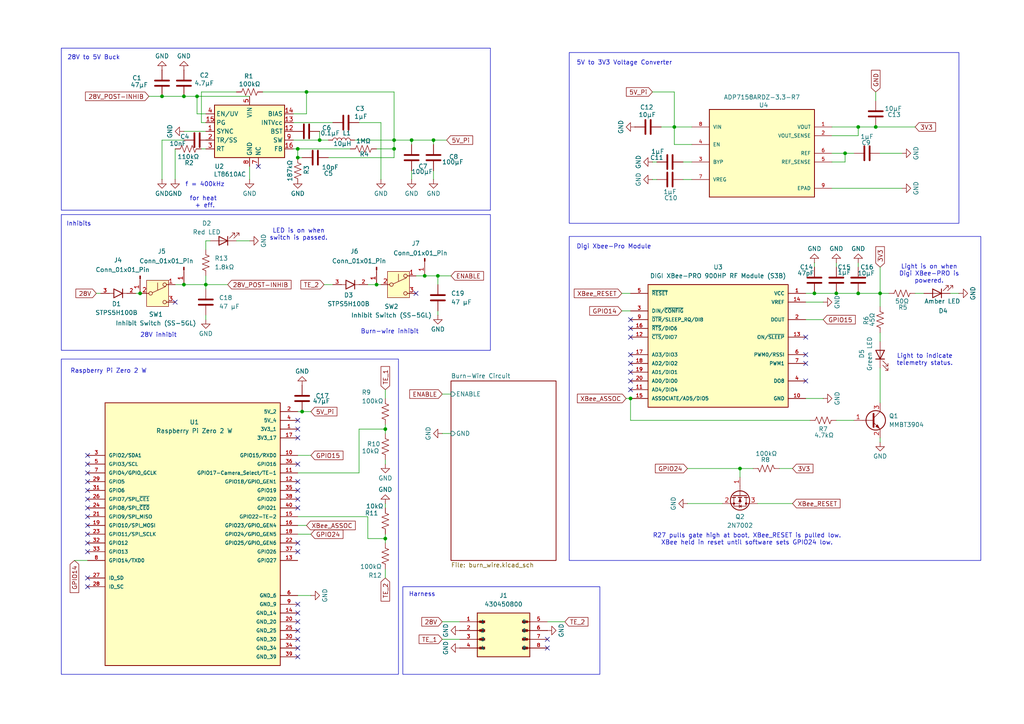
<source format=kicad_sch>
(kicad_sch (version 20250114) (generator "eeschema") (generator_version "9.0")
  (paper "A4")
  (rectangle (start 17.78 13.97) (end 142.24 60.96))
  (rectangle (start 17.78 62.23) (end 142.24 101.6))
  (rectangle (start 165.1 15.24) (end 278.13 64.77))
  (rectangle (start 165.1 68.58) (end 284.48 162.56))
  (rectangle (start 17.78 104.14) (end 115.57 195.58))
  (rectangle (start 116.84 170.18) (end 173.99 195.58))
  (text "Raspberry Pi Zero 2 W\n" (at 31.496 107.696 0) (effects (font (size 1.27 1.27))))
  (text "Light is on when\nDigi XBee-PRO is\npowered." (at 269.494 79.502 0) (effects (font (size 1.27 1.27))))
  (text "f = 400kHz\n\nfor heat \n+ eff." (at 59.436 56.642 0) (effects (font (size 1.27 1.27))))
  (text "LED is on when\nswitch is passed." (at 86.614 68.072 0) (effects (font (size 1.27 1.27))))
  (text "5V to 3V3 Voltage Converter\n" (at 181.102 18.288 0) (effects (font (size 1.27 1.27))))
  (text "R27 pulls gate high at boot, XBee_RESET is pulled low.\nXBee held in reset until software sets GPIO24 low." (at 216.662 156.464 0) (effects (font (size 1.27 1.27))))
  (text "Harness\n" (at 122.428 172.466 0) (effects (font (size 1.27 1.27))))
  (text "Digi Xbee-Pro Module\n" (at 178.054 71.628 0) (effects (font (size 1.27 1.27))))
  (text "28V inhibit\n" (at 45.974 97.282 0) (effects (font (size 1.27 1.27))))
  (text "Burn-wire inhibit\n" (at 113.03 96.266 0) (effects (font (size 1.27 1.27))))
  (text "28V to 5V Buck\n" (at 27.178 16.764 0) (effects (font (size 1.27 1.27))))
  (text "Inhibits\n" (at 22.86 65.024 0) (effects (font (size 1.27 1.27))))
  (text "Light to indicate\ntelemetry status." (at 268.224 104.394 0) (effects (font (size 1.27 1.27))))
  (junction (at 53.34 27.94))
  (junction (at 86.36 43.18))
  (junction (at 114.3 40.64))
  (junction (at 59.69 82.55))
  (junction (at 236.22 85.09))
  (junction (at 242.57 85.09))
  (junction (at 255.27 85.09))
  (junction (at 248.92 36.83))
  (junction (at 123.19 80.01))
  (junction (at 254 36.83))
  (junction (at 92.71 40.64))
  (junction (at 111.76 124.46))
  (junction (at 40.64 85.09))
  (junction (at 119.38 40.64))
  (junction (at 109.22 82.55))
  (junction (at 114.3 43.18))
  (junction (at 127 80.01))
  (junction (at 87.63 119.38))
  (junction (at 182.88 115.57))
  (junction (at 57.15 27.94))
  (junction (at 46.99 27.94))
  (junction (at 248.92 85.09))
  (junction (at 53.34 82.55))
  (junction (at 245.11 44.45))
  (junction (at 88.9 26.67))
  (junction (at 214.63 135.89))
  (junction (at 195.58 36.83))
  (junction (at 86.36 45.72))
  (junction (at 111.76 156.21))
  (junction (at 125.73 40.64))
  (no_connect (at 50.8 87.63))
  (no_connect (at 86.36 160.02))
  (no_connect (at 86.36 182.88))
  (no_connect (at 86.36 134.62))
  (no_connect (at 74.93 48.26))
  (no_connect (at 25.4 170.18))
  (no_connect (at 182.88 110.49))
  (no_connect (at 86.36 175.26))
  (no_connect (at 182.88 105.41))
  (no_connect (at 233.68 105.41))
  (no_connect (at 86.36 177.8))
  (no_connect (at 86.36 139.7))
  (no_connect (at 86.36 142.24))
  (no_connect (at 86.36 144.78))
  (no_connect (at 86.36 157.48))
  (no_connect (at 25.4 167.64))
  (no_connect (at 233.68 102.87))
  (no_connect (at 182.88 97.79))
  (no_connect (at 182.88 113.03))
  (no_connect (at 25.4 139.7))
  (no_connect (at 233.68 110.49))
  (no_connect (at 182.88 95.25))
  (no_connect (at 25.4 134.62))
  (no_connect (at 182.88 107.95))
  (no_connect (at 25.4 160.02))
  (no_connect (at 86.36 147.32))
  (no_connect (at 158.75 187.96))
  (no_connect (at 25.4 144.78))
  (no_connect (at 233.68 97.79))
  (no_connect (at 86.36 187.96))
  (no_connect (at 25.4 147.32))
  (no_connect (at 25.4 142.24))
  (no_connect (at 86.36 190.5))
  (no_connect (at 86.36 180.34))
  (no_connect (at 86.36 121.92))
  (no_connect (at 86.36 185.42))
  (no_connect (at 120.65 85.09))
  (no_connect (at 182.88 102.87))
  (no_connect (at 25.4 137.16))
  (no_connect (at 86.36 124.46))
  (no_connect (at 25.4 152.4))
  (no_connect (at 25.4 132.08))
  (no_connect (at 25.4 157.48))
  (no_connect (at 25.4 154.94))
  (no_connect (at 25.4 149.86))
  (no_connect (at 182.88 92.71))
  (no_connect (at 158.75 185.42))
  (no_connect (at 86.36 127))
  (wire (pts (xy 180.34 90.17) (xy 182.88 90.17)))
  (wire (pts (xy 198.12 52.07) (xy 200.66 52.07)))
  (wire (pts (xy 86.36 154.94) (xy 90.17 154.94)))
  (wire (pts (xy 53.34 40.64) (xy 46.99 40.64)))
  (wire (pts (xy 95.25 45.72) (xy 114.3 45.72)))
  (wire (pts (xy 255.27 85.09) (xy 257.81 85.09)))
  (wire (pts (xy 242.57 76.2) (xy 242.57 77.47)))
  (wire (pts (xy 59.69 80.01) (xy 59.69 82.55)))
  (wire (pts (xy 106.68 149.86) (xy 106.68 156.21)))
  (wire (pts (xy 119.38 49.53) (xy 119.38 52.07)))
  (wire (pts (xy 120.65 80.01) (xy 123.19 80.01)))
  (wire (pts (xy 127 90.17) (xy 127 91.44)))
  (wire (pts (xy 59.69 82.55) (xy 66.04 82.55)))
  (wire (pts (xy 86.36 119.38) (xy 87.63 119.38)))
  (wire (pts (xy 93.98 82.55) (xy 96.52 82.55)))
  (wire (pts (xy 111.76 113.03) (xy 111.76 115.57)))
  (wire (pts (xy 182.88 115.57) (xy 182.88 121.92)))
  (wire (pts (xy 190.5 46.99) (xy 189.23 46.99)))
  (wire (pts (xy 255.27 85.09) (xy 255.27 88.9)))
  (wire (pts (xy 128.27 185.42) (xy 133.35 185.42)))
  (wire (pts (xy 123.19 80.01) (xy 127 80.01)))
  (wire (pts (xy 86.36 137.16) (xy 104.14 137.16)))
  (wire (pts (xy 88.9 26.67) (xy 76.2 26.67)))
  (wire (pts (xy 59.69 69.85) (xy 60.96 69.85)))
  (wire (pts (xy 261.62 44.45) (xy 255.27 44.45)))
  (wire (pts (xy 86.36 43.18) (xy 86.36 45.72)))
  (wire (pts (xy 111.76 156.21) (xy 111.76 157.48)))
  (wire (pts (xy 242.57 121.92) (xy 247.65 121.92)))
  (wire (pts (xy 85.09 33.02) (xy 88.9 33.02)))
  (wire (pts (xy 43.18 27.94) (xy 46.99 27.94)))
  (wire (pts (xy 86.36 53.34) (xy 86.36 52.07)))
  (wire (pts (xy 104.14 137.16) (xy 104.14 124.46)))
  (wire (pts (xy 53.34 82.55) (xy 59.69 82.55)))
  (wire (pts (xy 27.94 85.09) (xy 29.21 85.09)))
  (wire (pts (xy 248.92 85.09) (xy 255.27 85.09)))
  (wire (pts (xy 265.43 85.09) (xy 267.97 85.09)))
  (wire (pts (xy 248.92 36.83) (xy 254 36.83)))
  (wire (pts (xy 195.58 41.91) (xy 200.66 41.91)))
  (wire (pts (xy 111.76 123.19) (xy 111.76 124.46)))
  (wire (pts (xy 127 80.01) (xy 130.81 80.01)))
  (wire (pts (xy 60.96 40.64) (xy 59.69 40.64)))
  (wire (pts (xy 50.8 82.55) (xy 53.34 82.55)))
  (wire (pts (xy 106.68 82.55) (xy 109.22 82.55)))
  (wire (pts (xy 275.59 85.09) (xy 278.13 85.09)))
  (wire (pts (xy 190.5 52.07) (xy 189.23 52.07)))
  (wire (pts (xy 57.15 33.02) (xy 57.15 27.94)))
  (wire (pts (xy 104.14 124.46) (xy 111.76 124.46)))
  (wire (pts (xy 92.71 38.1) (xy 92.71 40.64)))
  (wire (pts (xy 195.58 36.83) (xy 200.66 36.83)))
  (wire (pts (xy 58.42 26.67) (xy 68.58 26.67)))
  (wire (pts (xy 245.11 44.45) (xy 247.65 44.45)))
  (wire (pts (xy 111.76 134.62) (xy 111.76 133.35)))
  (wire (pts (xy 128.27 125.73) (xy 130.81 125.73)))
  (wire (pts (xy 119.38 41.91) (xy 119.38 40.64)))
  (wire (pts (xy 58.42 26.67) (xy 58.42 35.56)))
  (wire (pts (xy 199.39 135.89) (xy 214.63 135.89)))
  (wire (pts (xy 245.11 46.99) (xy 245.11 44.45)))
  (wire (pts (xy 92.71 40.64) (xy 95.25 40.64)))
  (wire (pts (xy 254 26.67) (xy 254 29.21)))
  (wire (pts (xy 86.36 149.86) (xy 106.68 149.86)))
  (wire (pts (xy 255.27 106.68) (xy 255.27 116.84)))
  (wire (pts (xy 53.34 38.1) (xy 59.69 38.1)))
  (wire (pts (xy 128.27 114.3) (xy 130.81 114.3)))
  (wire (pts (xy 191.77 36.83) (xy 195.58 36.83)))
  (wire (pts (xy 255.27 96.52) (xy 255.27 99.06)))
  (wire (pts (xy 114.3 40.64) (xy 119.38 40.64)))
  (wire (pts (xy 255.27 127) (xy 255.27 128.27)))
  (wire (pts (xy 241.3 39.37) (xy 248.92 39.37)))
  (wire (pts (xy 39.37 85.09) (xy 40.64 85.09)))
  (wire (pts (xy 46.99 27.94) (xy 53.34 27.94)))
  (wire (pts (xy 128.27 180.34) (xy 133.35 180.34)))
  (wire (pts (xy 189.23 26.67) (xy 195.58 26.67)))
  (wire (pts (xy 214.63 135.89) (xy 214.63 138.43)))
  (wire (pts (xy 111.76 146.05) (xy 111.76 147.32)))
  (wire (pts (xy 241.3 46.99) (xy 245.11 46.99)))
  (wire (pts (xy 248.92 39.37) (xy 248.92 36.83)))
  (wire (pts (xy 125.73 40.64) (xy 125.73 41.91)))
  (wire (pts (xy 85.09 43.18) (xy 86.36 43.18)))
  (wire (pts (xy 50.8 43.18) (xy 50.8 52.07)))
  (wire (pts (xy 102.87 40.64) (xy 114.3 40.64)))
  (wire (pts (xy 234.95 121.92) (xy 182.88 121.92)))
  (wire (pts (xy 195.58 26.67) (xy 195.58 36.83)))
  (wire (pts (xy 58.42 35.56) (xy 59.69 35.56)))
  (wire (pts (xy 21.59 162.56) (xy 25.4 162.56)))
  (wire (pts (xy 111.76 124.46) (xy 111.76 125.73)))
  (wire (pts (xy 46.99 40.64) (xy 46.99 52.07)))
  (wire (pts (xy 104.14 35.56) (xy 110.49 35.56)))
  (wire (pts (xy 59.69 91.44) (xy 59.69 92.71)))
  (wire (pts (xy 181.61 115.57) (xy 182.88 115.57)))
  (wire (pts (xy 114.3 43.18) (xy 114.3 40.64)))
  (wire (pts (xy 236.22 76.2) (xy 236.22 77.47)))
  (wire (pts (xy 86.36 152.4) (xy 88.9 152.4)))
  (wire (pts (xy 241.3 54.61) (xy 261.62 54.61)))
  (wire (pts (xy 57.15 27.94) (xy 72.39 27.94)))
  (wire (pts (xy 241.3 44.45) (xy 245.11 44.45)))
  (wire (pts (xy 58.42 43.18) (xy 59.69 43.18)))
  (wire (pts (xy 85.09 35.56) (xy 96.52 35.56)))
  (wire (pts (xy 106.68 156.21) (xy 111.76 156.21)))
  (wire (pts (xy 110.49 35.56) (xy 110.49 52.07)))
  (wire (pts (xy 53.34 27.94) (xy 57.15 27.94)))
  (wire (pts (xy 127 80.01) (xy 127 82.55)))
  (wire (pts (xy 233.68 92.71) (xy 238.76 92.71)))
  (wire (pts (xy 72.39 48.26) (xy 72.39 52.07)))
  (wire (pts (xy 233.68 115.57) (xy 238.76 115.57)))
  (wire (pts (xy 241.3 36.83) (xy 248.92 36.83)))
  (wire (pts (xy 88.9 33.02) (xy 88.9 26.67)))
  (wire (pts (xy 254 36.83) (xy 265.43 36.83)))
  (wire (pts (xy 233.68 87.63) (xy 238.76 87.63)))
  (wire (pts (xy 59.69 82.55) (xy 59.69 83.82)))
  (wire (pts (xy 199.39 146.05) (xy 209.55 146.05)))
  (wire (pts (xy 111.76 167.64) (xy 111.76 165.1)))
  (wire (pts (xy 114.3 45.72) (xy 114.3 43.18)))
  (wire (pts (xy 195.58 36.83) (xy 195.58 41.91)))
  (wire (pts (xy 198.12 46.99) (xy 200.66 46.99)))
  (wire (pts (xy 119.38 40.64) (xy 125.73 40.64)))
  (wire (pts (xy 158.75 180.34) (xy 163.83 180.34)))
  (wire (pts (xy 236.22 85.09) (xy 242.57 85.09)))
  (wire (pts (xy 114.3 40.64) (xy 114.3 26.67)))
  (wire (pts (xy 86.36 43.18) (xy 101.6 43.18)))
  (wire (pts (xy 226.06 135.89) (xy 229.87 135.89)))
  (wire (pts (xy 109.22 43.18) (xy 114.3 43.18)))
  (wire (pts (xy 88.9 26.67) (xy 114.3 26.67)))
  (wire (pts (xy 125.73 49.53) (xy 125.73 52.07)))
  (wire (pts (xy 86.36 172.72) (xy 90.17 172.72)))
  (wire (pts (xy 180.34 85.09) (xy 182.88 85.09)))
  (wire (pts (xy 111.76 154.94) (xy 111.76 156.21)))
  (wire (pts (xy 59.69 69.85) (xy 59.69 72.39)))
  (wire (pts (xy 214.63 135.89) (xy 218.44 135.89)))
  (wire (pts (xy 255.27 77.47) (xy 255.27 85.09)))
  (wire (pts (xy 57.15 33.02) (xy 59.69 33.02)))
  (wire (pts (xy 242.57 85.09) (xy 248.92 85.09)))
  (wire (pts (xy 219.71 146.05) (xy 229.87 146.05)))
  (wire (pts (xy 86.36 132.08) (xy 90.17 132.08)))
  (wire (pts (xy 85.09 40.64) (xy 92.71 40.64)))
  (wire (pts (xy 86.36 45.72) (xy 87.63 45.72)))
  (wire (pts (xy 109.22 82.55) (xy 110.49 82.55)))
  (wire (pts (xy 87.63 119.38) (xy 90.17 119.38)))
  (wire (pts (xy 233.68 85.09) (xy 236.22 85.09)))
  (wire (pts (xy 68.58 69.85) (xy 72.39 69.85)))
  (wire (pts (xy 125.73 40.64) (xy 129.54 40.64)))
  (wire (pts (xy 248.92 76.2) (xy 248.92 77.47)))
  (global_label "28V" (shape input) (at 128.27 180.34 180) (property "Intersheetrefs" "${INTERSHEET_REFS}" (effects (hide yes))))
  (global_label "GPIO15" (shape input) (at 90.17 132.08 0) (property "Intersheetrefs" "${INTERSHEET_REFS}" (effects (hide yes))))
  (global_label "TE_2" (shape input) (at 93.98 82.55 180) (property "Intersheetrefs" "${INTERSHEET_REFS}" (effects (hide yes))))
  (global_label "28V_POST-INHIB" (shape input) (at 43.18 27.94 180) (property "Intersheetrefs" "${INTERSHEET_REFS}" (effects (hide yes))))
  (global_label "XBee_RESET" (shape input) (at 180.34 85.09 180) (property "Intersheetrefs" "${INTERSHEET_REFS}" (effects (hide yes))))
  (global_label "28V" (shape input) (at 27.94 85.09 180) (property "Intersheetrefs" "${INTERSHEET_REFS}" (effects (hide yes))))
  (global_label "TE_2" (shape input) (at 163.83 180.34 0) (property "Intersheetrefs" "${INTERSHEET_REFS}" (effects (hide yes))))
  (global_label "5V_Pi" (shape input) (at 90.17 119.38 0) (property "Intersheetrefs" "${INTERSHEET_REFS}" (effects (hide yes))))
  (global_label "XBee_ASSOC" (shape input) (at 88.9 152.4 0) (property "Intersheetrefs" "${INTERSHEET_REFS}" (effects (hide yes))))
  (global_label "5V_Pi" (shape input) (at 189.23 26.67 180) (property "Intersheetrefs" "${INTERSHEET_REFS}" (effects (hide yes))))
  (global_label "ENABLE" (shape input) (at 128.27 114.3 180) (property "Intersheetrefs" "${INTERSHEET_REFS}" (effects (hide yes))))
  (global_label "GPIO24" (shape input) (at 90.17 154.94 0) (property "Intersheetrefs" "${INTERSHEET_REFS}" (effects (hide yes))))
  (global_label "28V_POST-INHIB" (shape input) (at 66.04 82.55 0) (property "Intersheetrefs" "${INTERSHEET_REFS}" (effects (hide yes))))
  (global_label "XBee_ASSOC" (shape input) (at 181.61 115.57 180) (property "Intersheetrefs" "${INTERSHEET_REFS}" (effects (hide yes))))
  (global_label "GPIO14" (shape input) (at 21.59 162.56 270) (property "Intersheetrefs" "${INTERSHEET_REFS}" (effects (hide yes))))
  (global_label "3V3" (shape input) (at 265.43 36.83 0) (property "Intersheetrefs" "${INTERSHEET_REFS}" (effects (hide yes))))
  (global_label "TE_1" (shape input) (at 111.76 113.03 90) (property "Intersheetrefs" "${INTERSHEET_REFS}" (effects (hide yes))))
  (global_label "XBee_RESET" (shape input) (at 229.87 146.05 0) (property "Intersheetrefs" "${INTERSHEET_REFS}" (effects (hide yes))))
  (global_label "GPIO24" (shape input) (at 199.39 135.89 180) (property "Intersheetrefs" "${INTERSHEET_REFS}" (effects (hide yes))))
  (global_label "ENABLE" (shape input) (at 130.81 80.01 0) (property "Intersheetrefs" "${INTERSHEET_REFS}" (effects (hide yes))))
  (global_label "3V3" (shape input) (at 229.87 135.89 0) (property "Intersheetrefs" "${INTERSHEET_REFS}" (effects (hide yes))))
  (global_label "GPIO15" (shape input) (at 238.76 92.71 0) (property "Intersheetrefs" "${INTERSHEET_REFS}" (effects (hide yes))))
  (global_label "TE_2" (shape input) (at 111.76 167.64 270) (property "Intersheetrefs" "${INTERSHEET_REFS}" (effects (hide yes))))
  (global_label "GPIO14" (shape input) (at 180.34 90.17 180) (property "Intersheetrefs" "${INTERSHEET_REFS}" (effects (hide yes))))
  (global_label "TE_1" (shape input) (at 128.27 185.42 180) (property "Intersheetrefs" "${INTERSHEET_REFS}" (effects (hide yes))))
  (global_label "GND" (shape input) (at 254 26.67 90) (property "Intersheetrefs" "${INTERSHEET_REFS}" (effects (hide yes))))
  (global_label "5V_Pi" (shape input) (at 129.54 40.64 0) (property "Intersheetrefs" "${INTERSHEET_REFS}" (effects (hide yes))))
  (global_label "3V3" (shape input) (at 255.27 77.47 90) (property "Intersheetrefs" "${INTERSHEET_REFS}" (effects (hide yes))))
  (symbol (lib_id "power:GND") (at 53.34 38.1 270) (unit 1)
    (property "Reference" "#PWR05" (effects (hide yes)))
    (property "Value" "GND" (at 49.276 38.1 0))
    (property "Description" "Power symbol creates a global label with name \"GND\" , ground" (effects (hide yes)))
  )
  (symbol (lib_id "power:GND") (at 59.69 92.71 0) (mirror y) (unit 1)
    (property "Reference" "#PWR0113" (effects (hide yes)))
    (property "Value" "GND" (at 59.69 96.774 0))
    (property "Description" "Power symbol creates a global label with name \"GND\" , ground" (effects (hide yes)))
  )
  (symbol (lib_id "Device:C") (at 187.96 36.83 90) (unit 1)
    (property "Reference" "C12" (at 187.579 31.115 90))
    (property "Value" "10µF" (at 187.706 33.274 90))
    (property "Footprint" "Capacitor_SMD:C_0603_1608Metric" (effects (hide yes)))
    (property "Description" "Unpolarized capacitor" (effects (hide yes)))
  )
  (symbol (lib_id "Device:R_US") (at 54.61 43.18 270) (unit 1)
    (property "Reference" "R2" (at 54.864 47.244 90))
    (property "Value" "110kΩ" (at 54.61 45.466 90))
    (property "Footprint" "Resistor_SMD:R_0201_0603Metric" (effects (hide yes)))
    (property "Description" "Resistor, US symbol" (effects (hide yes)))
  )
  (symbol (lib_id "power:GND") (at 110.49 52.07 0) (unit 1)
    (property "Reference" "#PWR014" (effects (hide yes)))
    (property "Value" "GND" (at 110.49 56.134 0))
    (property "Description" "Power symbol creates a global label with name \"GND\" , ground" (effects (hide yes)))
  )
  (symbol (lib_id "Device:R_US") (at 111.76 119.38 0) (unit 1)
    (property "Reference" "R9" (at 104.902 113.792 0) (effects (justify left)))
    (property "Value" "100kΩ" (at 104.902 116.332 0) (effects (justify left)))
    (property "Footprint" "Resistor_SMD:R_0201_0603Metric" (effects (hide yes)))
    (property "Description" "Resistor, US symbol" (effects (hide yes)))
  )
  (symbol (lib_id "Device:L") (at 99.06 40.64 90) (unit 1)
    (property "Reference" "L1" (at 100.584 38.608 90))
    (property "Value" "10µH" (at 99.314 41.656 90))
    (property "Footprint" "Inductor_SMD:L_Vishay_IHLP-2525" (effects (hide yes)))
    (property "Description" "Inductor" (effects (hide yes)))
  )
  (symbol (lib_id "power:GND") (at 90.17 172.72 90) (unit 1)
    (property "Reference" "#PWR023" (effects (hide yes)))
    (property "Value" "GND" (at 94.234 172.72 0))
    (property "Description" "Power symbol creates a global label with name \"GND\" , ground" (effects (hide yes)))
  )
  (symbol (lib_id "power:GND") (at 278.13 85.09 90) (unit 1)
    (property "Reference" "#PWR027" (effects (hide yes)))
    (property "Value" "GND" (at 282.194 85.09 0))
    (property "Description" "Power symbol creates a global label with name \"GND\" , ground" (effects (hide yes)))
  )
  (symbol (lib_id "Device:C") (at 194.31 52.07 90) (unit 1)
    (property "Reference" "C10" (at 194.564 57.404 90))
    (property "Value" "1µF" (at 194.31 55.626 90))
    (property "Footprint" "Capacitor_SMD:C_0603_1608Metric" (effects (hide yes)))
    (property "Description" "Unpolarized capacitor" (effects (hide yes)))
  )
  (symbol (lib_id "Device:C") (at 57.15 40.64 270) (unit 1)
    (property "Reference" "C4" (at 53.594 39.624 90))
    (property "Value" "10nF" (at 51.562 41.656 90))
    (property "Footprint" "Capacitor_SMD:C_0603_1608Metric" (effects (hide yes)))
    (property "Description" "Unpolarized capacitor" (effects (hide yes)))
  )
  (symbol (lib_id "Device:C") (at 100.33 35.56 270) (unit 1)
    (property "Reference" "C3" (at 104.394 31.496 90))
    (property "Value" "1µF" (at 104.648 33.782 90))
    (property "Footprint" "Capacitor_SMD:C_0603_1608Metric" (effects (hide yes)))
    (property "Description" "Unpolarized capacitor" (effects (hide yes)))
  )
  (symbol (lib_id "power:GND") (at 46.99 52.07 0) (unit 1)
    (property "Reference" "#PWR03" (effects (hide yes)))
    (property "Value" "GND" (at 46.99 56.134 0))
    (property "Description" "Power symbol creates a global label with name \"GND\" , ground" (effects (hide yes)))
  )
  (symbol (lib_id "power:GND") (at 119.38 52.07 0) (unit 1)
    (property "Reference" "#PWR015" (effects (hide yes)))
    (property "Value" "GND" (at 119.38 56.134 0))
    (property "Description" "Power symbol creates a global label with name \"GND\" , ground" (effects (hide yes)))
  )
  (symbol (lib_id "Device:LED") (at 271.78 85.09 180) (unit 1)
    (property "Reference" "D4" (at 273.558 90.17 0))
    (property "Value" "Amber LED" (at 273.304 87.376 0))
    (property "Footprint" "LED_SMD:LED_0603_1608Metric" (effects (hide yes)))
    (property "Description" "Light emitting diode" (effects (hide yes)))
    (property "Sim.Pins" "1=K 2=A" (effects (hide yes)))
  )
  (symbol (lib_id "Connector:Conn_01x01_Pin") (at 109.22 77.47 270) (unit 1)
    (property "Reference" "J6" (at 101.6 72.898 90) (effects (justify left)))
    (property "Value" "Conn_01x01_Pin" (at 96.266 75.692 90) (effects (justify left)))
    (property "Footprint" "Connector_Wire:SolderWire-0.75sqmm_1x01_D1.25mm_OD2.3mm" (effects (hide yes)))
    (property "Description" "Generic connector, single row, 01x01, script generated" (effects (hide yes)))
  )
  (symbol (lib_id "Device:C") (at 242.57 81.28 180) (unit 1)
    (property "Reference" "C15" (at 244.856 77.47 0))
    (property "Value" "1µF" (at 244.856 78.994 0))
    (property "Footprint" "Capacitor_SMD:C_0603_1608Metric" (effects (hide yes)))
    (property "Description" "Unpolarized capacitor" (effects (hide yes)))
  )
  (symbol (lib_id "Device:C") (at 91.44 45.72 270) (unit 1)
    (property "Reference" "C5" (at 95.25 50.292 90))
    (property "Value" "10pF" (at 95.758 48.514 90))
    (property "Footprint" "Capacitor_SMD:C_0603_1608Metric" (effects (hide yes)))
    (property "Description" "Unpolarized capacitor" (effects (hide yes)))
  )
  (symbol (lib_id "power:GND") (at 50.8 52.07 0) (unit 1)
    (property "Reference" "#PWR04" (effects (hide yes)))
    (property "Value" "GND" (at 50.8 56.134 0))
    (property "Description" "Power symbol creates a global label with name \"GND\" , ground" (effects (hide yes)))
  )
  (symbol (lib_id "power:GND") (at 238.76 115.57 90) (unit 1)
    (property "Reference" "#PWR029" (effects (hide yes)))
    (property "Value" "GND" (at 242.824 115.57 0))
    (property "Description" "Power symbol creates a global label with name \"GND\" , ground" (effects (hide yes)))
  )
  (symbol (lib_id "power:GND") (at 199.39 146.05 270) (unit 1)
    (property "Reference" "#PWR031" (effects (hide yes)))
    (property "Value" "GND" (at 195.326 146.05 0))
    (property "Description" "Power symbol creates a global label with name \"GND\" , ground" (effects (hide yes)))
  )
  (symbol (lib_id "Device:C") (at 59.69 87.63 0) (mirror y) (unit 1)
    (property "Reference" "C18" (at 63.5 86.3599 0) (effects (justify right)))
    (property "Value" "47 µF" (at 63.5 88.8999 0) (effects (justify right)))
    (property "Footprint" "Capacitor_SMD:C_0603_1608Metric" (effects (hide yes)))
    (property "Description" "Unpolarized capacitor" (effects (hide yes)))
  )
  (symbol (lib_id "SC1176:SC1176") (at 55.88 154.94 0) (unit 1)
    (property "Reference" "U1" (at 56.388 122.428 0))
    (property "Value" "Raspberry Pi Zero 2 W" (at 56.388 124.968 0))
    (property "Footprint" "Raspberry Pi Zero 2 W:MODULE_SC1176" (effects (hide yes)))
    (property "DigiKey_Part_Number" "2648-SC1176-ND" (effects (hide yes)))
    (property "SnapEDA_Link" "https://www.snapeda.com/parts/SC1176/Raspberry+Pi/view-part/?ref=snap" (effects (hide yes)))
    (property "Description_1" "The Raspberry Pi Zero 2 W SC1176 single board computer features a 1GHz quad-core Broadcom BCM2710A1 Arm Cortex-A53 processor and 512MB of RAM, making it a powerful solution for embedded computing applications. With 40 digital I/O lines and multiple expansion options including Bluetooth 4.2, BLE, HAT GPIO, and LAN, this SBC offers extensive connectivity and flexibility. Its compact size of 2.600 x 1.180 (66.04mm x 29.97mm) makes it ideal for space-constrained projects. Video outputs include Composite and HDMI, and it features a microSD storage interface and a USB 2.0 OTG port." (effects (hide yes)))
    (property "Package" "None" (effects (hide yes)))
    (property "Check_prices" "https://www.snapeda.com/parts/SC1176/Raspberry+Pi/view-part/?ref=eda" (effects (hide yes)))
    (property "STANDARD" "Manufacturer Recommendations" (effects (hide yes)))
    (property "PARTREV" "April 2024" (effects (hide yes)))
    (property "MF" "Raspberry Pi" (effects (hide yes)))
    (property "MP" "SC1176" (effects (hide yes)))
    (property "MANUFACTURER" "Raspberry Pi" (effects (hide yes)))
  )
  (symbol (lib_id "Connector:Conn_01x01_Pin") (at 40.64 80.01 270) (unit 1)
    (property "Reference" "J4" (at 33.02 75.438 90) (effects (justify left)))
    (property "Value" "Conn_01x01_Pin" (at 27.686 78.232 90) (effects (justify left)))
    (property "Footprint" "Connector_Wire:SolderWire-0.75sqmm_1x01_D1.25mm_OD2.3mm" (effects (hide yes)))
    (property "Description" "Generic connector, single row, 01x01, script generated" (effects (hide yes)))
  )
  (symbol (lib_id "power:GND") (at 242.57 76.2 180) (unit 1)
    (property "Reference" "#PWR025" (effects (hide yes)))
    (property "Value" "GND" (at 242.57 72.136 0))
    (property "Description" "Power symbol creates a global label with name \"GND\" , ground" (effects (hide yes)))
  )
  (symbol (lib_id "Device:C") (at 127 86.36 0) (mirror y) (unit 1)
    (property "Reference" "C19" (at 130.81 85.0899 0) (effects (justify right)))
    (property "Value" "47 µF" (at 130.81 87.6299 0) (effects (justify right)))
    (property "Footprint" "Capacitor_SMD:C_0603_1608Metric" (effects (hide yes)))
    (property "Description" "Unpolarized capacitor" (effects (hide yes)))
  )
  (symbol (lib_id "Device:R_US") (at 255.27 92.71 180) (unit 1)
    (property "Reference" "R6" (at 251.206 92.964 90))
    (property "Value" "45Ω" (at 252.984 92.71 90))
    (property "Footprint" "Resistor_SMD:R_0201_0603Metric" (effects (hide yes)))
    (property "Description" "Resistor, US symbol" (effects (hide yes)))
  )
  (symbol (lib_id "Device:C") (at 88.9 38.1 270) (unit 1)
    (property "Reference" "C6" (at 94.742 37.084 90))
    (property "Value" "0.1µF" (at 95.758 38.608 90))
    (property "Footprint" "Capacitor_SMD:C_0603_1608Metric" (effects (hide yes)))
    (property "Description" "Unpolarized capacitor" (effects (hide yes)))
  )
  (symbol (lib_id "power:GND") (at 255.27 128.27 0) (unit 1)
    (property "Reference" "#PWR030" (effects (hide yes)))
    (property "Value" "GND" (at 255.27 132.334 0))
    (property "Description" "Power symbol creates a global label with name \"GND\" , ground" (effects (hide yes)))
  )
  (symbol (lib_id "Transistor_BJT:MMBT3904") (at 252.73 121.92 0) (unit 1)
    (property "Reference" "Q1" (at 257.81 120.6499 0) (effects (justify left)))
    (property "Value" "MMBT3904" (at 257.81 123.1899 0) (effects (justify left)))
    (property "Footprint" "Package_TO_SOT_SMD:SOT-23" (effects (hide yes)))
    (property "Datasheet" "https://www.onsemi.com/pdf/datasheet/pzt3904-d.pdf" (effects (hide yes)))
    (property "Description" "0.2A Ic, 40V Vce, Small Signal NPN Transistor, SOT-23" (effects (hide yes)))
    (property "Sim.Device" "NPN" (effects (hide yes)))
    (property "Sim.Pins" "1=B 2=E 3=C" (effects (hide yes)))
  )
  (symbol (lib_id "power:GND") (at 189.23 46.99 270) (unit 1)
    (property "Reference" "#PWR019" (effects (hide yes)))
    (property "Value" "GND" (at 185.166 46.99 0))
    (property "Description" "Power symbol creates a global label with name \"GND\" , ground" (effects (hide yes)))
  )
  (symbol (lib_id "Device:R_US") (at 86.36 49.53 180) (unit 1)
    (property "Reference" "R3" (at 88.9 49.276 90))
    (property "Value" "187kΩ" (at 84.074 49.53 90))
    (property "Footprint" "Resistor_SMD:R_0201_0603Metric" (effects (hide yes)))
    (property "Description" "Resistor, US symbol" (effects (hide yes)))
  )
  (symbol (lib_id "Device:R_US") (at 111.76 161.29 180) (unit 1)
    (property "Reference" "R12" (at 110.744 166.878 0) (effects (justify left)))
    (property "Value" "100kΩ" (at 110.744 164.338 0) (effects (justify left)))
    (property "Footprint" "Resistor_SMD:R_0201_0603Metric" (effects (hide yes)))
    (property "Description" "Resistor, US symbol" (effects (hide yes)))
  )
  (symbol (lib_id "power:GND") (at 86.36 52.07 0) (unit 1)
    (property "Reference" "#PWR02" (effects (hide yes)))
    (property "Value" "GND" (at 86.36 56.134 0))
    (property "Description" "Power symbol creates a global label with name \"GND\" , ground" (effects (hide yes)))
  )
  (symbol (lib_id "power:GND") (at 133.35 182.88 270) (unit 1)
    (property "Reference" "#PWR09" (effects (hide yes)))
    (property "Value" "GND" (at 129.286 182.88 0))
    (property "Description" "Power symbol creates a global label with name \"GND\" , ground" (effects (hide yes)))
  )
  (symbol (lib_id "Device:R_US") (at 261.62 85.09 270) (unit 1)
    (property "Reference" "R5" (at 261.874 89.154 90))
    (property "Value" "50Ω" (at 261.62 87.376 90))
    (property "Footprint" "Resistor_SMD:R_0201_0603Metric" (effects (hide yes)))
    (property "Description" "Resistor, US symbol" (effects (hide yes)))
  )
  (symbol (lib_id "Device:C") (at 251.46 44.45 90) (unit 1)
    (property "Reference" "C9" (at 251.206 41.402 90))
    (property "Value" "1µF" (at 251.46 39.624 90))
    (property "Footprint" "Capacitor_SMD:C_0603_1608Metric" (effects (hide yes)))
    (property "Description" "Unpolarized capacitor" (effects (hide yes)))
  )
  (symbol (lib_id "power:GND") (at 111.76 134.62 0) (unit 1)
    (property "Reference" "#PWR035" (effects (hide yes)))
    (property "Value" "GND" (at 111.76 138.684 0))
    (property "Description" "Power symbol creates a global label with name \"GND\" , ground" (effects (hide yes)))
  )
  (symbol (lib_id "power:GND") (at 189.23 52.07 270) (unit 1)
    (property "Reference" "#PWR018" (effects (hide yes)))
    (property "Value" "GND" (at 185.166 52.07 0))
    (property "Description" "Power symbol creates a global label with name \"GND\" , ground" (effects (hide yes)))
  )
  (symbol (lib_id "Transistor_FET:2N7002") (at 214.63 143.51 270) (unit 1)
    (property "Reference" "Q2" (at 214.63 149.86 90))
    (property "Value" "2N7002" (at 214.63 152.4 90))
    (property "Footprint" "Package_TO_SOT_SMD:SOT-23" (effects (hide yes)))
    (property "Datasheet" "https://www.onsemi.com/pub/Collateral/NDS7002A-D.PDF" (effects (hide yes)))
    (property "Description" "0.115A Id, 60V Vds, N-Channel MOSFET, SOT-23" (effects (hide yes)))
  )
  (symbol (lib_id "Device:LED") (at 255.27 102.87 90) (unit 1)
    (property "Reference" "D5" (at 249.936 102.616 0))
    (property "Value" "Green LED" (at 252.222 102.616 0))
    (property "Footprint" "LED_SMD:LED_0603_1608Metric" (effects (hide yes)))
    (property "Description" "Light emitting diode" (effects (hide yes)))
    (property "Sim.Pins" "1=K 2=A" (effects (hide yes)))
  )
  (symbol (lib_id "Device:C") (at 194.31 46.99 90) (unit 1)
    (property "Reference" "C11" (at 190.5 45.72 90))
    (property "Value" "1µF" (at 190.754 43.942 90))
    (property "Footprint" "Capacitor_SMD:C_0603_1608Metric" (effects (hide yes)))
    (property "Description" "Unpolarized capacitor" (effects (hide yes)))
  )
  (symbol (lib_id "power:GND") (at 125.73 52.07 0) (unit 1)
    (property "Reference" "#PWR016" (effects (hide yes)))
    (property "Value" "GND" (at 125.73 56.134 0))
    (property "Description" "Power symbol creates a global label with name \"GND\" , ground" (effects (hide yes)))
  )
  (symbol (lib_id "Device:C") (at 248.92 81.28 180) (unit 1)
    (property "Reference" "C16" (at 251.46 77.47 0))
    (property "Value" "10µF" (at 251.206 79.248 0))
    (property "Footprint" "Capacitor_SMD:C_0603_1608Metric" (effects (hide yes)))
    (property "Description" "Unpolarized capacitor" (effects (hide yes)))
  )
  (symbol (lib_id "XBP24-Z7SIT-004:XBP24-Z7SIT-004") (at 208.28 100.33 0) (unit 1)
    (property "Reference" "U3" (at 208.28 77.47 0))
    (property "Value" "DIGI XBee-PRO 900HP RF Module (S3B)" (at 208.28 80.01 0))
    (property "Footprint" "XBee:DIP2200W51P200L3294H279Q20P" (effects (hide yes)))
    (property "MF" "Digi International" (effects (hide yes)))
    (property "Description_1" "XBee-PRO ZB (ZigBee PRO Feature Set), 50mW, RPSMA ant connector, 250000 bps;Router, AT" (effects (hide yes)))
    (property "Package" "None" (effects (hide yes)))
    (property "Price" "None" (effects (hide yes)))
    (property "Check_prices" "https://www.snapeda.com/parts/XBP24Z7SIT004/Digi+International/view-part/?ref=eda" (effects (hide yes)))
    (property "SnapEDA_Link" "https://www.snapeda.com/parts/XBP24Z7SIT004/Digi+International/view-part/?ref=snap" (effects (hide yes)))
    (property "MP" "XBP24Z7SIT004" (effects (hide yes)))
    (property "Availability" "In Stock" (effects (hide yes)))
    (property "MANUFACTURER" "Digi" (effects (hide yes)))
  )
  (symbol (lib_id "430450800:430450800") (at 146.05 185.42 0) (unit 1)
    (property "Reference" "J1" (at 146.05 172.72 0))
    (property "Value" "430450800" (at 146.05 175.26 0))
    (property "Footprint" "HarnessDeck:MOLEX_430450800" (effects (hide yes)))
    (property "DigiKey_Part_Number" "WM1816-ND" (effects (hide yes)))
    (property "SnapEDA_Link" "https://www.snapeda.com/parts/430450800/Molex/view-part/?ref=snap" (effects (hide yes)))
    (property "MAXIMUM_PACKAGE_HEIGHT" "8.77mm" (effects (hide yes)))
    (property "Package" "None" (effects (hide yes)))
    (property "Check_prices" "https://www.snapeda.com/parts/430450800/Molex/view-part/?ref=eda" (effects (hide yes)))
    (property "STANDARD" "Manufacturer Recommendations" (effects (hide yes)))
    (property "PARTREV" "G" (effects (hide yes)))
    (property "MF" "Molex" (effects (hide yes)))
    (property "MP" "430450800" (effects (hide yes)))
    (property "Description_1" "Connector Header Through Hole, Right Angle 8 position 0.118 (3.00mm)" (effects (hide yes)))
    (property "MANUFACTURER" "Molex" (effects (hide yes)))
  )
  (symbol (lib_id "power:GND") (at 261.62 54.61 90) (unit 1)
    (property "Reference" "#PWR020" (effects (hide yes)))
    (property "Value" "GND" (at 265.684 54.61 0))
    (property "Description" "Power symbol creates a global label with name \"GND\" , ground" (effects (hide yes)))
  )
  (symbol (lib_id "Device:LED") (at 64.77 69.85 180) (unit 1)
    (property "Reference" "D2" (at 59.944 64.77 0))
    (property "Value" "Red LED" (at 59.944 67.31 0))
    (property "Footprint" "LED_SMD:LED_0603_1608Metric" (effects (hide yes)))
    (property "Description" "Light emitting diode" (effects (hide yes)))
    (property "Sim.Pins" "1=K 2=A" (effects (hide yes)))
  )
  (symbol (lib_id "Device:R_US") (at 72.39 26.67 90) (unit 1)
    (property "Reference" "R1" (at 72.136 22.098 90))
    (property "Value" "100kΩ" (at 72.39 24.384 90))
    (property "Footprint" "Resistor_SMD:R_0201_0603Metric" (effects (hide yes)))
    (property "Description" "Resistor, US symbol" (effects (hide yes)))
  )
  (symbol (lib_id "power:GND") (at 133.35 187.96 270) (unit 1)
    (property "Reference" "#PWR08" (effects (hide yes)))
    (property "Value" "GND" (at 129.286 187.96 0))
    (property "Description" "Power symbol creates a global label with name \"GND\" , ground" (effects (hide yes)))
  )
  (symbol (lib_id "power:GND") (at 158.75 182.88 90) (unit 1)
    (property "Reference" "#PWR010" (effects (hide yes)))
    (property "Value" "GND" (at 162.814 182.88 0))
    (property "Description" "Power symbol creates a global label with name \"GND\" , ground" (effects (hide yes)))
  )
  (symbol (lib_id "power:GND") (at 248.92 76.2 180) (unit 1)
    (property "Reference" "#PWR026" (effects (hide yes)))
    (property "Value" "GND" (at 248.92 72.136 0))
    (property "Description" "Power symbol creates a global label with name \"GND\" , ground" (effects (hide yes)))
  )
  (symbol (lib_id "power:GND") (at 87.63 111.76 180) (unit 1)
    (property "Reference" "#PWR013" (effects (hide yes)))
    (property "Value" "GND" (at 87.63 107.696 0))
    (property "Description" "Power symbol creates a global label with name \"GND\" , ground" (effects (hide yes)))
  )
  (symbol (lib_id "Device:C") (at 119.38 45.72 180) (unit 1)
    (property "Reference" "C7" (at 122.682 48.26 0))
    (property "Value" "100µF" (at 122.428 49.784 0))
    (property "Footprint" "Capacitor_SMD:C_0603_1608Metric" (effects (hide yes)))
    (property "Description" "Unpolarized capacitor" (effects (hide yes)))
  )
  (symbol (lib_id "Device:R_US") (at 105.41 43.18 90) (unit 1)
    (property "Reference" "R4" (at 105.664 44.704 90))
    (property "Value" "1MΩ" (at 105.41 40.894 90))
    (property "Footprint" "Resistor_SMD:R_0201_0603Metric" (effects (hide yes)))
    (property "Description" "Resistor, US symbol" (effects (hide yes)))
  )
  (symbol (lib_id "ADP7158ARDZ-3.3-R7:ADP7158ARDZ-3.3-R7") (at 220.98 44.45 0) (unit 1)
    (property "Reference" "U4" (at 221.488 30.48 0))
    (property "Value" "ADP7158ARDZ-3.3-R7" (at 220.98 28.194 0))
    (property "Footprint" "ADP7158ARDZ-3.3-R7:SOIC127P600X175-9N" (effects (hide yes)))
    (property "MF" "Analog Devices" (effects (hide yes)))
    (property "MAXIMUM_PACKAGE_HEIGHT" "1.75 mm" (effects (hide yes)))
    (property "Package" "SOIC -8 Analog Devices" (effects (hide yes)))
    (property "Price" "None" (effects (hide yes)))
    (property "Check_prices" "https://www.snapeda.com/parts/ADP7158ARDZ-3.3-R7/Analog+Devices/view-part/?ref=eda" (effects (hide yes)))
    (property "STANDARD" "IPC 7351B" (effects (hide yes)))
    (property "PARTREV" "C" (effects (hide yes)))
    (property "SnapEDA_Link" "https://www.snapeda.com/parts/ADP7158ARDZ-3.3-R7/Analog+Devices/view-part/?ref=snap" (effects (hide yes)))
    (property "MP" "ADP7158ARDZ-3.3-R7" (effects (hide yes)))
    (property "Description_1" "2 A, Ultralow Noise, High PSRR, Fixed Output, RF Linear Regulator" (effects (hide yes)))
    (property "MANUFACTURER" "ANALOG DEVICES" (effects (hide yes)))
    (property "Availability" "In Stock" (effects (hide yes)))
    (property "SNAPEDA_PN" "ADP7158ARDZ-3.3-R7" (effects (hide yes)))
  )
  (symbol (lib_id "power:GND") (at 72.39 52.07 0) (unit 1)
    (property "Reference" "#PWR01" (effects (hide yes)))
    (property "Value" "GND" (at 72.39 56.134 0))
    (property "Description" "Power symbol creates a global label with name \"GND\" , ground" (effects (hide yes)))
  )
  (symbol (lib_id "power:GND") (at 46.99 20.32 180) (unit 1)
    (property "Reference" "#PWR07" (effects (hide yes)))
    (property "Value" "GND" (at 46.99 16.256 0))
    (property "Description" "Power symbol creates a global label with name \"GND\" , ground" (effects (hide yes)))
  )
  (symbol (lib_id "Device:R_US") (at 222.25 135.89 90) (mirror x) (unit 1)
    (property "Reference" "R8" (at 221.996 133.35 90))
    (property "Value" "100kΩ" (at 222.25 131.572 90))
    (property "Footprint" "Resistor_SMD:R_0201_0603Metric" (effects (hide yes)))
    (property "Description" "Resistor, US symbol" (effects (hide yes)))
  )
  (symbol (lib_id "power:GND") (at 236.22 76.2 180) (unit 1)
    (property "Reference" "#PWR024" (effects (hide yes)))
    (property "Value" "GND" (at 236.22 72.136 0))
    (property "Description" "Power symbol creates a global label with name \"GND\" , ground" (effects (hide yes)))
  )
  (symbol (lib_id "power:GND") (at 184.15 36.83 270) (unit 1)
    (property "Reference" "#PWR017" (effects (hide yes)))
    (property "Value" "GND" (at 180.086 36.83 0))
    (property "Description" "Power symbol creates a global label with name \"GND\" , ground" (effects (hide yes)))
  )
  (symbol (lib_id "Device:R_US") (at 111.76 151.13 180) (unit 1)
    (property "Reference" "R11" (at 109.728 148.844 0) (effects (justify left)))
    (property "Value" "10kΩ" (at 111.252 146.812 0) (effects (justify left)))
    (property "Footprint" "Resistor_SMD:R_0201_0603Metric" (effects (hide yes)))
    (property "Description" "Resistor, US symbol" (effects (hide yes)))
  )
  (symbol (lib_id "power:GND") (at 53.34 20.32 180) (unit 1)
    (property "Reference" "#PWR06" (effects (hide yes)))
    (property "Value" "GND" (at 53.34 16.256 0))
    (property "Description" "Power symbol creates a global label with name \"GND\" , ground" (effects (hide yes)))
  )
  (symbol (lib_id "STPS5H100B:STPS5H100B") (at 101.6 82.55 0) (unit 1)
    (property "Reference" "D3" (at 101.092 85.598 0))
    (property "Value" "STPS5H100B" (at 101.092 88.138 0))
    (property "Footprint" "Schottky:DPAK" (effects (hide yes)))
    (property "MF" "STMicroelectronics" (effects (hide yes)))
    (property "Description_1" "Diode Schottky 100 V 5A Surface Mount DPAK" (effects (hide yes)))
    (property "Package" "DPAK STMicroelectronics" (effects (hide yes)))
    (property "Price" "None" (effects (hide yes)))
    (property "SnapEDA_Link" "https://www.snapeda.com/parts/STPS5H100B/STMicroelectronics/view-part/?ref=snap" (effects (hide yes)))
    (property "MP" "STPS5H100B" (effects (hide yes)))
    (property "Purchase-URL" "https://www.snapeda.com/api/url_track_click_mouser/?unipart_id=348889&manufacturer=STMicroelectronics&part_name=STPS5H100B&search_term=stps5h100" (effects (hide yes)))
    (property "Availability" "In Stock" (effects (hide yes)))
    (property "Check_prices" "https://www.snapeda.com/parts/STPS5H100B/STMicroelectronics/view-part/?ref=eda" (effects (hide yes)))
  )
  (symbol (lib_id "Connector:Conn_01x01_Pin") (at 53.34 77.47 270) (unit 1)
    (property "Reference" "J5" (at 45.72 72.898 90) (effects (justify left)))
    (property "Value" "Conn_01x01_Pin" (at 40.386 75.692 90) (effects (justify left)))
    (property "Footprint" "Connector_Wire:SolderWire-0.75sqmm_1x01_D1.25mm_OD2.3mm" (effects (hide yes)))
    (property "Description" "Generic connector, single row, 01x01, script generated" (effects (hide yes)))
  )
  (symbol (lib_id "Switch:SW_Push_SPDT") (at 115.57 82.55 0) (unit 1)
    (property "Reference" "SW2" (at 113.538 88.9 0))
    (property "Value" "Inhibit Switch (SS-5GL)" (at 113.538 91.44 0))
    (property "Footprint" "SS-5GL111:SS-5GL111" (effects (hide yes)))
    (property "Description" "Momentary Switch, single pole double throw" (effects (hide yes)))
  )
  (symbol (lib_id "Device:R_US") (at 111.76 129.54 0) (unit 1)
    (property "Reference" "R10" (at 106.426 128.778 0) (effects (justify left)))
    (property "Value" "10kΩ" (at 104.902 130.81 0) (effects (justify left)))
    (property "Footprint" "Resistor_SMD:R_0201_0603Metric" (effects (hide yes)))
    (property "Description" "Resistor, US symbol" (effects (hide yes)))
  )
  (symbol (lib_id "power:GND") (at 128.27 125.73 270) (unit 1)
    (property "Reference" "#PWR022" (effects (hide yes)))
    (property "Value" "GND" (at 124.206 125.73 0))
    (property "Description" "Power symbol creates a global label with name \"GND\" , ground" (effects (hide yes)))
  )
  (symbol (lib_id "Regulator_Switching:LT8610AC") (at 72.39 38.1 0) (unit 1)
    (property "Reference" "U2" (at 62.23 48.26 0) (effects (justify left)))
    (property "Value" "LT8610AC" (at 61.976 50.546 0) (effects (justify left)))
    (property "Footprint" "Package_SO:MSOP-16-1EP_3x4.039mm_P0.5mm_EP1.651x2.845mm_ThermalVias" (effects (hide yes)))
    (property "Datasheet" "https://www.analog.com/media/en/technical-documentation/data-sheets/lt8610ac-8610ac-1.pdf" (effects (hide yes)))
    (property "Description" "42V, 3.5A Synchronous Step-Down Regulator with 2.5uA Quiescent Current, 0.8V Feedback Voltage, 3.0V Minimum Vin, MSOP-16" (effects (hide yes)))
  )
  (symbol (lib_id "power:GND") (at 238.76 87.63 90) (unit 1)
    (property "Reference" "#PWR028" (effects (hide yes)))
    (property "Value" "GND" (at 242.824 87.63 0))
    (property "Description" "Power symbol creates a global label with name \"GND\" , ground" (effects (hide yes)))
  )
  (symbol (lib_id "power:GND") (at 111.76 146.05 180) (unit 1)
    (property "Reference" "#PWR036" (effects (hide yes)))
    (property "Value" "GND" (at 111.76 141.986 0))
    (property "Description" "Power symbol creates a global label with name \"GND\" , ground" (effects (hide yes)))
  )
  (symbol (lib_id "Device:C") (at 125.73 45.72 180) (unit 1)
    (property "Reference" "C8" (at 131.572 45.466 0))
    (property "Value" "100µF" (at 131.318 46.99 0))
    (property "Footprint" "Capacitor_SMD:C_0603_1608Metric" (effects (hide yes)))
    (property "Description" "Unpolarized capacitor" (effects (hide yes)))
  )
  (symbol (lib_id "Device:C") (at 254 33.02 0) (mirror y) (unit 1)
    (property "Reference" "C13" (at 259.334 33.274 0))
    (property "Value" "10µF" (at 259.08 31.496 0))
    (property "Footprint" "Capacitor_SMD:C_0603_1608Metric" (effects (hide yes)))
    (property "Description" "Unpolarized capacitor" (effects (hide yes)))
  )
  (symbol (lib_id "Switch:SW_Push_SPDT") (at 45.72 85.09 0) (unit 1)
    (property "Reference" "SW1" (at 45.212 91.186 0))
    (property "Value" "Inhibit Switch (SS-5GL)" (at 45.212 93.726 0))
    (property "Footprint" "SS-5GL111:SS-5GL111" (effects (hide yes)))
    (property "Description" "Momentary Switch, single pole double throw" (effects (hide yes)))
  )
  (symbol (lib_id "STPS5H100B:STPS5H100B") (at 34.29 85.09 0) (unit 1)
    (property "Reference" "D1" (at 33.782 88.138 0))
    (property "Value" "STPS5H100B" (at 33.782 90.678 0))
    (property "Footprint" "Schottky:DPAK" (effects (hide yes)))
    (property "MF" "STMicroelectronics" (effects (hide yes)))
    (property "Description_1" "Diode Schottky 100 V 5A Surface Mount DPAK" (effects (hide yes)))
    (property "Package" "DPAK STMicroelectronics" (effects (hide yes)))
    (property "Price" "None" (effects (hide yes)))
    (property "SnapEDA_Link" "https://www.snapeda.com/parts/STPS5H100B/STMicroelectronics/view-part/?ref=snap" (effects (hide yes)))
    (property "MP" "STPS5H100B" (effects (hide yes)))
    (property "Purchase-URL" "https://www.snapeda.com/api/url_track_click_mouser/?unipart_id=348889&manufacturer=STMicroelectronics&part_name=STPS5H100B&search_term=stps5h100" (effects (hide yes)))
    (property "Availability" "In Stock" (effects (hide yes)))
    (property "Check_prices" "https://www.snapeda.com/parts/STPS5H100B/STMicroelectronics/view-part/?ref=eda" (effects (hide yes)))
  )
  (symbol (lib_id "Device:C") (at 46.99 24.13 0) (unit 1)
    (property "Reference" "C1" (at 38.354 22.606 0) (effects (justify left)))
    (property "Value" "47µF" (at 37.846 24.638 0) (effects (justify left)))
    (property "Footprint" "Capacitor_SMD:C_0603_1608Metric" (effects (hide yes)))
    (property "Description" "Unpolarized capacitor" (effects (hide yes)))
  )
  (symbol (lib_id "Connector:Conn_01x01_Pin") (at 123.19 74.93 270) (unit 1)
    (property "Reference" "J7" (at 119.38 70.612 90) (effects (justify left)))
    (property "Value" "Conn_01x01_Pin" (at 114.046 73.406 90) (effects (justify left)))
    (property "Footprint" "Connector_Wire:SolderWire-0.75sqmm_1x01_D1.25mm_OD2.3mm" (effects (hide yes)))
    (property "Description" "Generic connector, single row, 01x01, script generated" (effects (hide yes)))
  )
  (symbol (lib_id "power:GND") (at 72.39 69.85 90) (mirror x) (unit 1)
    (property "Reference" "#PWR032" (effects (hide yes)))
    (property "Value" "GND" (at 76.454 69.85 0))
    (property "Description" "Power symbol creates a global label with name \"GND\" , ground" (effects (hide yes)))
  )
  (symbol (lib_id "Device:R_US") (at 59.69 76.2 0) (unit 1)
    (property "Reference" "R13" (at 62.23 74.9299 0) (effects (justify left)))
    (property "Value" "1.8kΩ" (at 62.23 77.4699 0) (effects (justify left)))
    (property "Footprint" "Resistor_SMD:R_0201_0603Metric" (effects (hide yes)))
    (property "Description" "Resistor, US symbol" (effects (hide yes)))
  )
  (symbol (lib_id "Device:R_US") (at 238.76 121.92 90) (unit 1)
    (property "Reference" "R7" (at 238.76 124.46 90))
    (property "Value" "4.7kΩ" (at 239.014 126.238 90))
    (property "Footprint" "Resistor_SMD:R_0201_0603Metric" (effects (hide yes)))
    (property "Description" "Resistor, US symbol" (effects (hide yes)))
  )
  (symbol (lib_id "Device:C") (at 53.34 24.13 0) (unit 1)
    (property "Reference" "C2" (at 57.912 21.844 0) (effects (justify left)))
    (property "Value" "4.7µF" (at 56.388 24.13 0) (effects (justify left)))
    (property "Footprint" "Capacitor_SMD:C_0603_1608Metric" (effects (hide yes)))
    (property "Description" "Unpolarized capacitor" (effects (hide yes)))
  )
  (symbol (lib_id "Device:C") (at 236.22 81.28 180) (unit 1)
    (property "Reference" "C14" (at 233.934 77.47 0))
    (property "Value" "47pF" (at 233.68 79.248 0))
    (property "Footprint" "Capacitor_SMD:C_0603_1608Metric" (effects (hide yes)))
    (property "Description" "Unpolarized capacitor" (effects (hide yes)))
  )
  (symbol (lib_id "Device:C") (at 87.63 115.57 180) (unit 1)
    (property "Reference" "C17" (at 93.472 114.808 0))
    (property "Value" "47µF" (at 93.218 116.332 0))
    (property "Footprint" "Capacitor_SMD:C_0603_1608Metric" (effects (hide yes)))
    (property "Description" "Unpolarized capacitor" (effects (hide yes)))
  )
  (symbol (lib_id "power:GND") (at 127 91.44 0) (mirror y) (unit 1)
    (property "Reference" "#PWR011" (effects (hide yes)))
    (property "Value" "GND" (at 127 95.504 0))
    (property "Description" "Power symbol creates a global label with name \"GND\" , ground" (effects (hide yes)))
  )
  (symbol (lib_id "power:GND") (at 261.62 44.45 90) (unit 1)
    (property "Reference" "#PWR021" (effects (hide yes)))
    (property "Value" "GND" (at 265.684 44.45 0))
    (property "Description" "Power symbol creates a global label with name \"GND\" , ground" (effects (hide yes)))
  )
  (sheet (at 130.81 110.49) (size 30.48 52.07) (stroke (width 0.1524))
    (property "Sheetname" "Burn-Wire Circuit" (at 130.81 109.7784 0) (effects (justify left bottom)))
    (property "Sheetfile" "burn_wire.kicad_sch" (at 130.81 163.1446 0) (effects (justify left top)))
    (pin "GND" input (at 130.81 125.73 180))
    (pin "ENABLE" input (at 130.81 114.3 180))
  )
)
</source>
